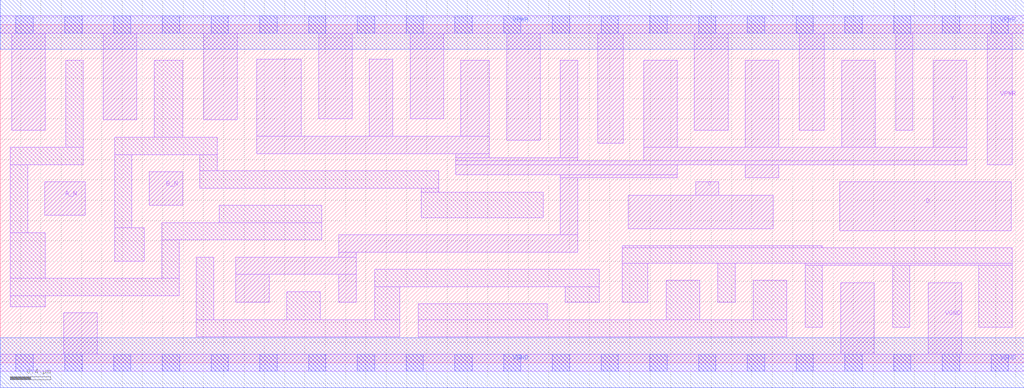
<source format=lef>
# Copyright 2020 The SkyWater PDK Authors
#
# Licensed under the Apache License, Version 2.0 (the "License");
# you may not use this file except in compliance with the License.
# You may obtain a copy of the License at
#
#     https://www.apache.org/licenses/LICENSE-2.0
#
# Unless required by applicable law or agreed to in writing, software
# distributed under the License is distributed on an "AS IS" BASIS,
# WITHOUT WARRANTIES OR CONDITIONS OF ANY KIND, either express or implied.
# See the License for the specific language governing permissions and
# limitations under the License.
#
# SPDX-License-Identifier: Apache-2.0

VERSION 5.7 ;
  NAMESCASESENSITIVE ON ;
  NOWIREEXTENSIONATPIN ON ;
  DIVIDERCHAR "/" ;
  BUSBITCHARS "[]" ;
UNITS
  DATABASE MICRONS 200 ;
END UNITS
MACRO sky130_fd_sc_ls__nand4bb_4
  CLASS CORE ;
  SOURCE USER ;
  FOREIGN sky130_fd_sc_ls__nand4bb_4 ;
  ORIGIN  0.000000  0.000000 ;
  SIZE  10.08000 BY  3.330000 ;
  SYMMETRY X Y ;
  SITE unit ;
  PIN A_N
    ANTENNAGATEAREA  0.363000 ;
    DIRECTION INPUT ;
    USE SIGNAL ;
    PORT
      LAYER li1 ;
        RECT 0.440000 1.450000 0.835000 1.780000 ;
    END
  END A_N
  PIN B_N
    ANTENNAGATEAREA  0.363000 ;
    DIRECTION INPUT ;
    USE SIGNAL ;
    PORT
      LAYER li1 ;
        RECT 1.465000 1.550000 1.795000 1.880000 ;
    END
  END B_N
  PIN C
    ANTENNAGATEAREA  1.116000 ;
    DIRECTION INPUT ;
    USE SIGNAL ;
    PORT
      LAYER li1 ;
        RECT 6.185000 1.320000 7.610000 1.650000 ;
        RECT 6.845000 1.650000 7.075000 1.780000 ;
    END
  END C
  PIN D
    ANTENNAGATEAREA  1.116000 ;
    DIRECTION INPUT ;
    USE SIGNAL ;
    PORT
      LAYER li1 ;
        RECT 8.265000 1.300000 9.955000 1.780000 ;
    END
  END D
  PIN Y
    ANTENNADIFFAREA  3.236100 ;
    DIRECTION OUTPUT ;
    USE SIGNAL ;
    PORT
      LAYER li1 ;
        RECT 2.320000 0.595000 2.650000 0.870000 ;
        RECT 2.320000 0.870000 3.505000 1.040000 ;
        RECT 2.525000 2.060000 4.815000 2.230000 ;
        RECT 2.525000 2.230000 2.965000 2.990000 ;
        RECT 3.335000 0.595000 3.505000 0.870000 ;
        RECT 3.335000 1.040000 3.505000 1.090000 ;
        RECT 3.335000 1.090000 5.685000 1.260000 ;
        RECT 3.635000 2.230000 3.865000 2.990000 ;
        RECT 4.485000 1.850000 6.665000 1.950000 ;
        RECT 4.485000 1.950000 9.515000 1.990000 ;
        RECT 4.485000 1.990000 5.685000 2.020000 ;
        RECT 4.485000 2.020000 4.815000 2.060000 ;
        RECT 4.535000 2.230000 4.815000 2.980000 ;
        RECT 5.515000 1.260000 5.685000 1.820000 ;
        RECT 5.515000 1.820000 6.665000 1.850000 ;
        RECT 5.515000 2.020000 5.685000 2.980000 ;
        RECT 6.335000 1.990000 9.515000 2.120000 ;
        RECT 6.335000 2.120000 6.665000 2.980000 ;
        RECT 7.335000 1.820000 7.665000 1.950000 ;
        RECT 7.335000 2.120000 7.665000 2.980000 ;
        RECT 8.285000 2.120000 8.615000 2.980000 ;
        RECT 9.185000 2.120000 9.515000 2.980000 ;
    END
  END Y
  PIN VGND
    DIRECTION INOUT ;
    SHAPE ABUTMENT ;
    USE GROUND ;
    PORT
      LAYER li1 ;
        RECT 0.000000 -0.085000 10.080000 0.085000 ;
        RECT 0.625000  0.085000  0.955000 0.490000 ;
        RECT 8.275000  0.085000  8.605000 0.790000 ;
        RECT 9.135000  0.085000  9.465000 0.790000 ;
      LAYER mcon ;
        RECT 0.155000 -0.085000 0.325000 0.085000 ;
        RECT 0.635000 -0.085000 0.805000 0.085000 ;
        RECT 1.115000 -0.085000 1.285000 0.085000 ;
        RECT 1.595000 -0.085000 1.765000 0.085000 ;
        RECT 2.075000 -0.085000 2.245000 0.085000 ;
        RECT 2.555000 -0.085000 2.725000 0.085000 ;
        RECT 3.035000 -0.085000 3.205000 0.085000 ;
        RECT 3.515000 -0.085000 3.685000 0.085000 ;
        RECT 3.995000 -0.085000 4.165000 0.085000 ;
        RECT 4.475000 -0.085000 4.645000 0.085000 ;
        RECT 4.955000 -0.085000 5.125000 0.085000 ;
        RECT 5.435000 -0.085000 5.605000 0.085000 ;
        RECT 5.915000 -0.085000 6.085000 0.085000 ;
        RECT 6.395000 -0.085000 6.565000 0.085000 ;
        RECT 6.875000 -0.085000 7.045000 0.085000 ;
        RECT 7.355000 -0.085000 7.525000 0.085000 ;
        RECT 7.835000 -0.085000 8.005000 0.085000 ;
        RECT 8.315000 -0.085000 8.485000 0.085000 ;
        RECT 8.795000 -0.085000 8.965000 0.085000 ;
        RECT 9.275000 -0.085000 9.445000 0.085000 ;
        RECT 9.755000 -0.085000 9.925000 0.085000 ;
      LAYER met1 ;
        RECT 0.000000 -0.245000 10.080000 0.245000 ;
    END
  END VGND
  PIN VPWR
    DIRECTION INOUT ;
    SHAPE ABUTMENT ;
    USE POWER ;
    PORT
      LAYER li1 ;
        RECT 0.000000 3.245000 10.080000 3.415000 ;
        RECT 0.115000 2.290000  0.445000 3.245000 ;
        RECT 1.015000 2.390000  1.345000 3.245000 ;
        RECT 2.005000 2.390000  2.335000 3.245000 ;
        RECT 3.135000 2.400000  3.465000 3.245000 ;
        RECT 4.035000 2.400000  4.365000 3.245000 ;
        RECT 4.985000 2.190000  5.315000 3.245000 ;
        RECT 5.885000 2.160000  6.135000 3.245000 ;
        RECT 6.835000 2.290000  7.165000 3.245000 ;
        RECT 7.865000 2.290000  8.115000 3.245000 ;
        RECT 8.815000 2.290000  8.985000 3.245000 ;
        RECT 9.715000 1.950000  9.965000 3.245000 ;
      LAYER mcon ;
        RECT 0.155000 3.245000 0.325000 3.415000 ;
        RECT 0.635000 3.245000 0.805000 3.415000 ;
        RECT 1.115000 3.245000 1.285000 3.415000 ;
        RECT 1.595000 3.245000 1.765000 3.415000 ;
        RECT 2.075000 3.245000 2.245000 3.415000 ;
        RECT 2.555000 3.245000 2.725000 3.415000 ;
        RECT 3.035000 3.245000 3.205000 3.415000 ;
        RECT 3.515000 3.245000 3.685000 3.415000 ;
        RECT 3.995000 3.245000 4.165000 3.415000 ;
        RECT 4.475000 3.245000 4.645000 3.415000 ;
        RECT 4.955000 3.245000 5.125000 3.415000 ;
        RECT 5.435000 3.245000 5.605000 3.415000 ;
        RECT 5.915000 3.245000 6.085000 3.415000 ;
        RECT 6.395000 3.245000 6.565000 3.415000 ;
        RECT 6.875000 3.245000 7.045000 3.415000 ;
        RECT 7.355000 3.245000 7.525000 3.415000 ;
        RECT 7.835000 3.245000 8.005000 3.415000 ;
        RECT 8.315000 3.245000 8.485000 3.415000 ;
        RECT 8.795000 3.245000 8.965000 3.415000 ;
        RECT 9.275000 3.245000 9.445000 3.415000 ;
        RECT 9.755000 3.245000 9.925000 3.415000 ;
      LAYER met1 ;
        RECT 0.000000 3.085000 10.080000 3.575000 ;
    END
  END VPWR
  OBS
    LAYER li1 ;
      RECT 0.100000 0.550000 0.445000 0.660000 ;
      RECT 0.100000 0.660000 1.760000 0.830000 ;
      RECT 0.100000 0.830000 0.445000 1.280000 ;
      RECT 0.100000 1.280000 0.270000 1.950000 ;
      RECT 0.100000 1.950000 0.815000 2.120000 ;
      RECT 0.645000 2.120000 0.815000 2.980000 ;
      RECT 1.125000 1.000000 1.420000 1.330000 ;
      RECT 1.125000 1.330000 1.295000 2.050000 ;
      RECT 1.125000 2.050000 2.135000 2.220000 ;
      RECT 1.515000 2.220000 1.795000 2.980000 ;
      RECT 1.590000 0.830000 1.760000 1.210000 ;
      RECT 1.590000 1.210000 3.165000 1.380000 ;
      RECT 1.930000 0.255000 3.935000 0.425000 ;
      RECT 1.930000 0.425000 2.100000 1.040000 ;
      RECT 1.965000 1.720000 4.315000 1.890000 ;
      RECT 1.965000 1.890000 2.135000 2.050000 ;
      RECT 2.155000 1.380000 3.165000 1.550000 ;
      RECT 2.820000 0.425000 3.150000 0.700000 ;
      RECT 3.685000 0.425000 3.935000 0.750000 ;
      RECT 3.685000 0.750000 5.895000 0.920000 ;
      RECT 4.115000 0.255000 7.745000 0.425000 ;
      RECT 4.115000 0.425000 5.385000 0.580000 ;
      RECT 4.145000 1.430000 5.345000 1.680000 ;
      RECT 4.145000 1.680000 4.315000 1.720000 ;
      RECT 5.565000 0.595000 5.895000 0.750000 ;
      RECT 6.125000 0.595000 6.375000 0.980000 ;
      RECT 6.125000 0.980000 9.965000 1.130000 ;
      RECT 6.125000 1.130000 8.095000 1.150000 ;
      RECT 6.555000 0.425000 6.885000 0.810000 ;
      RECT 7.065000 0.595000 7.235000 0.980000 ;
      RECT 7.415000 0.425000 7.745000 0.810000 ;
      RECT 7.925000 0.350000 8.095000 0.960000 ;
      RECT 7.925000 0.960000 9.965000 0.980000 ;
      RECT 8.785000 0.350000 8.955000 0.960000 ;
      RECT 9.635000 0.350000 9.965000 0.960000 ;
  END
END sky130_fd_sc_ls__nand4bb_4

</source>
